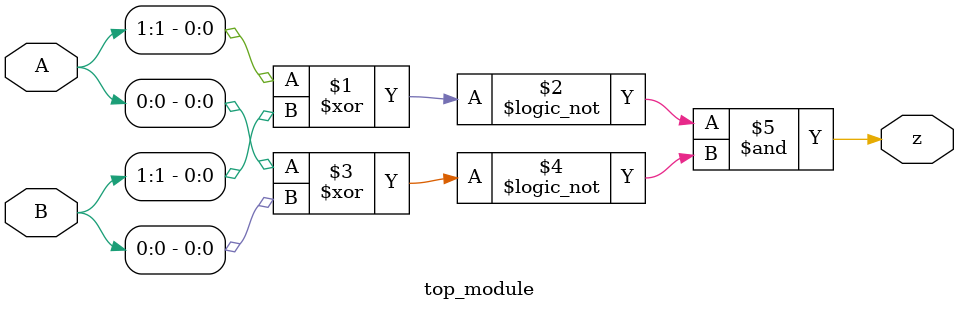
<source format=v>
module top_module ( input [1:0] A, input [1:0] B, output z ); 
    assign z=(!(A[1]^B[1]))&(!(A[0]^B[0]));
endmodule

</source>
